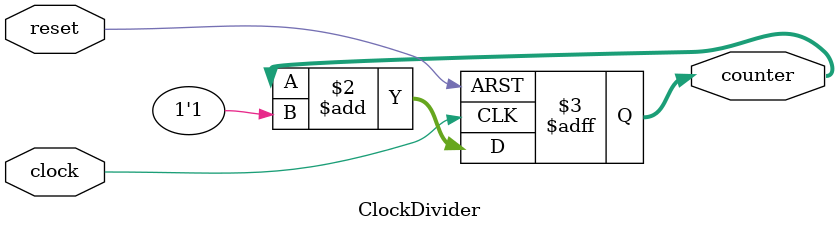
<source format=v>
`timescale 1ns / 1ps

module ClockDivider(
		input clock,
		input reset,
		output reg [31:0] counter
	);

	always @(posedge clock or posedge reset) begin
		if (reset) begin
			counter <= 0;
		end else begin
			counter <= counter + 1'b1;
		end
	end
endmodule

</source>
